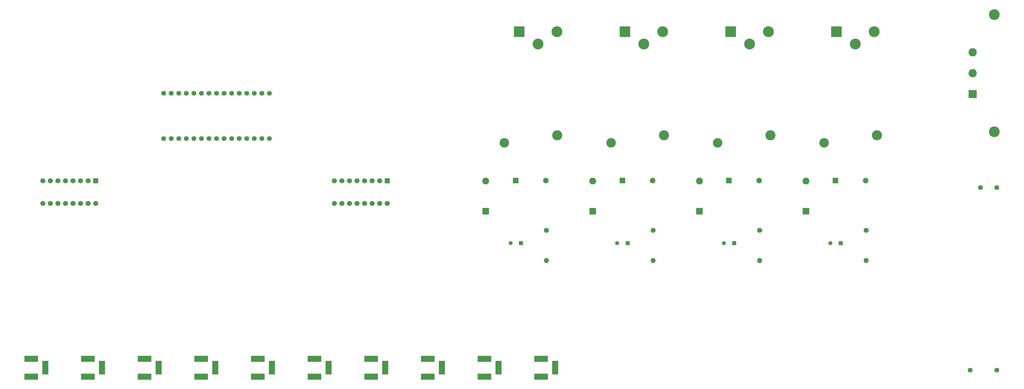
<source format=gbs>
G04 #@! TF.GenerationSoftware,KiCad,Pcbnew,5.1.5-52549c5~84~ubuntu18.04.1*
G04 #@! TF.CreationDate,2020-03-01T14:46:41-05:00*
G04 #@! TF.ProjectId,cropdroid-doser,63726f70-6472-46f6-9964-2d646f736572,0.5a*
G04 #@! TF.SameCoordinates,Original*
G04 #@! TF.FileFunction,Soldermask,Bot*
G04 #@! TF.FilePolarity,Negative*
%FSLAX46Y46*%
G04 Gerber Fmt 4.6, Leading zero omitted, Abs format (unit mm)*
G04 Created by KiCad (PCBNEW 5.1.5-52549c5~84~ubuntu18.04.1) date 2020-03-01 14:46:41*
%MOMM*%
%LPD*%
G04 APERTURE LIST*
%ADD10C,1.625600*%
%ADD11C,1.631600*%
%ADD12R,4.601600X2.101600*%
%ADD13R,2.101600X4.601600*%
%ADD14C,3.601600*%
%ADD15R,2.801600X2.801600*%
%ADD16C,2.801600*%
%ADD17C,1.701600*%
%ADD18R,1.701600X1.701600*%
%ADD19O,2.301600X2.301600*%
%ADD20R,2.301600X2.301600*%
%ADD21C,1.331600*%
%ADD22R,1.331600X1.331600*%
%ADD23C,3.657600*%
%ADD24R,3.657600X3.657600*%
%ADD25C,3.391600*%
%ADD26C,3.191600*%
%ADD27R,1.861600X1.861600*%
%ADD28C,1.861600*%
%ADD29O,1.701600X1.701600*%
G04 APERTURE END LIST*
D10*
X369988000Y-99537000D03*
X375488000Y-99537000D03*
X366488000Y-161037000D03*
X375488000Y-161037000D03*
D11*
X95312000Y-83035000D03*
X97852000Y-83035000D03*
X100392000Y-83035000D03*
X102932000Y-83035000D03*
X105472000Y-83035000D03*
X108012000Y-83035000D03*
X110552000Y-83035000D03*
X113092000Y-83035000D03*
X115632000Y-83035000D03*
X118172000Y-83035000D03*
X120712000Y-83035000D03*
X123252000Y-83035000D03*
X125792000Y-83035000D03*
X128332000Y-83035000D03*
X130872000Y-83035000D03*
X95312000Y-67795000D03*
X97852000Y-67795000D03*
X100392000Y-67795000D03*
X102932000Y-67795000D03*
X105472000Y-67795000D03*
X108012000Y-67795000D03*
X110552000Y-67795000D03*
X113092000Y-67795000D03*
X115632000Y-67795000D03*
X118172000Y-67795000D03*
X120712000Y-67795000D03*
X123252000Y-67795000D03*
X125792000Y-67795000D03*
X128332000Y-67795000D03*
X130872000Y-67795000D03*
D12*
X222250000Y-163174800D03*
X222250000Y-157174800D03*
D13*
X226950000Y-160174800D03*
D12*
X203200000Y-163174800D03*
X203200000Y-157174800D03*
D13*
X207900000Y-160174800D03*
D12*
X184150000Y-163174800D03*
X184150000Y-157174800D03*
D13*
X188850000Y-160174800D03*
D12*
X165100000Y-163174800D03*
X165100000Y-157174800D03*
D13*
X169800000Y-160174800D03*
D12*
X146050000Y-163174800D03*
X146050000Y-157174800D03*
D13*
X150750000Y-160174800D03*
D12*
X127000000Y-163174800D03*
X127000000Y-157174800D03*
D13*
X131700000Y-160174800D03*
D12*
X107950000Y-163174800D03*
X107950000Y-157174800D03*
D13*
X112650000Y-160174800D03*
D12*
X88900000Y-163174800D03*
X88900000Y-157174800D03*
D13*
X93600000Y-160174800D03*
D12*
X69850000Y-163174800D03*
X69850000Y-157174800D03*
D13*
X74550000Y-160174800D03*
D12*
X50800000Y-163174800D03*
X50800000Y-157174800D03*
D13*
X55500000Y-160174800D03*
D14*
X374639880Y-80768660D03*
X374639880Y-41268660D03*
D15*
X367339880Y-68018660D03*
D16*
X367339880Y-61018660D03*
X367339880Y-54018660D03*
D17*
X152709880Y-104848660D03*
X152709880Y-97228660D03*
X170489880Y-104848660D03*
X167949880Y-104848660D03*
X165409880Y-104848660D03*
X162869880Y-104848660D03*
X160329880Y-104848660D03*
X157789880Y-104848660D03*
X155249880Y-104848660D03*
X155249880Y-97228660D03*
X157789880Y-97228660D03*
X160329880Y-97228660D03*
X162869880Y-97228660D03*
X165409880Y-97228660D03*
X167949880Y-97228660D03*
D18*
X170489880Y-97228660D03*
D19*
X203634340Y-97327720D03*
D20*
X203634340Y-107487720D03*
D21*
X211984000Y-118203980D03*
D22*
X215484000Y-118203980D03*
D19*
X239615980Y-97327720D03*
D20*
X239615980Y-107487720D03*
D21*
X247834000Y-118203980D03*
D22*
X251334000Y-118203980D03*
D19*
X275483320Y-97327720D03*
D20*
X275483320Y-107487720D03*
D21*
X283684000Y-118203980D03*
D22*
X287184000Y-118203980D03*
D19*
X311322720Y-97327720D03*
D20*
X311322720Y-107487720D03*
D21*
X319498000Y-118203980D03*
D22*
X322998000Y-118203980D03*
D23*
X221234000Y-51191000D03*
X227584000Y-47001000D03*
D24*
X214884000Y-47001000D03*
D23*
X256794000Y-51191000D03*
X263144000Y-47001000D03*
D24*
X250444000Y-47001000D03*
D23*
X292354000Y-51191000D03*
X298704000Y-47001000D03*
D24*
X286004000Y-47001000D03*
D23*
X327914000Y-51191000D03*
X334264000Y-47001000D03*
D24*
X321564000Y-47001000D03*
D25*
X227704000Y-81915000D03*
D26*
X209924000Y-84455000D03*
D27*
X213734000Y-97155000D03*
D28*
X223894000Y-97155000D03*
D25*
X263554000Y-81915000D03*
D26*
X245774000Y-84455000D03*
D27*
X249584000Y-97155000D03*
D28*
X259744000Y-97155000D03*
D25*
X299404000Y-81915000D03*
D26*
X281624000Y-84455000D03*
D27*
X285434000Y-97155000D03*
D28*
X295594000Y-97155000D03*
D25*
X335218000Y-81915000D03*
D26*
X317438000Y-84455000D03*
D27*
X321248000Y-97155000D03*
D28*
X331408000Y-97155000D03*
D17*
X54665880Y-104848660D03*
X54665880Y-97228660D03*
X72445880Y-104848660D03*
X69905880Y-104848660D03*
X67365880Y-104848660D03*
X64825880Y-104848660D03*
X62285880Y-104848660D03*
X59745880Y-104848660D03*
X57205880Y-104848660D03*
X57205880Y-97228660D03*
X59745880Y-97228660D03*
X62285880Y-97228660D03*
X64825880Y-97228660D03*
X67365880Y-97228660D03*
X69905880Y-97228660D03*
D18*
X72445880Y-97228660D03*
D29*
X224063560Y-124084080D03*
D17*
X224063560Y-113924080D03*
D29*
X259913560Y-124084080D03*
D17*
X259913560Y-113924080D03*
D29*
X295763560Y-124084080D03*
D17*
X295763560Y-113924080D03*
D29*
X331577560Y-124084080D03*
D17*
X331577560Y-113924080D03*
M02*

</source>
